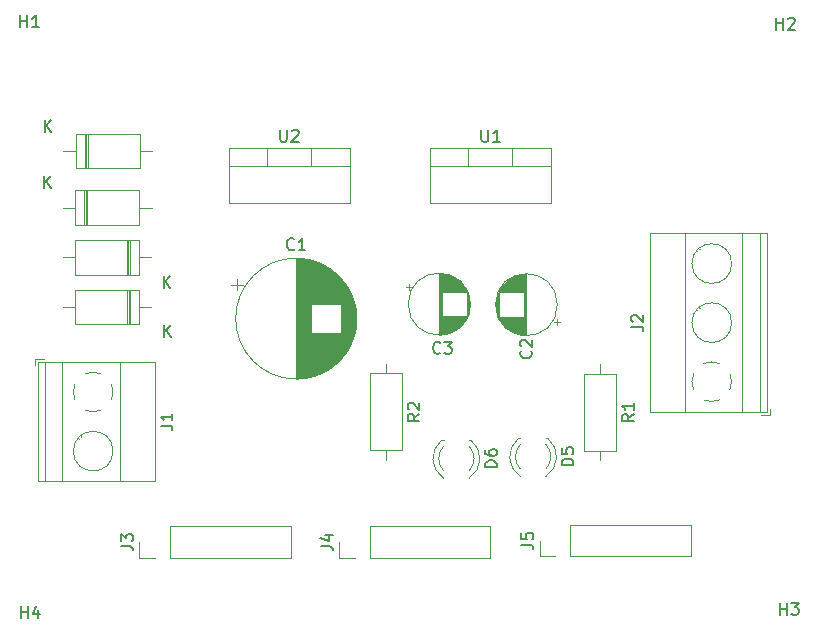
<source format=gbr>
%TF.GenerationSoftware,KiCad,Pcbnew,8.0.7*%
%TF.CreationDate,2025-08-08T15:29:20+05:30*%
%TF.ProjectId,power board_v1,706f7765-7220-4626-9f61-72645f76312e,rev?*%
%TF.SameCoordinates,Original*%
%TF.FileFunction,Legend,Top*%
%TF.FilePolarity,Positive*%
%FSLAX46Y46*%
G04 Gerber Fmt 4.6, Leading zero omitted, Abs format (unit mm)*
G04 Created by KiCad (PCBNEW 8.0.7) date 2025-08-08 15:29:20*
%MOMM*%
%LPD*%
G01*
G04 APERTURE LIST*
%ADD10C,0.150000*%
%ADD11C,0.120000*%
G04 APERTURE END LIST*
D10*
X35358095Y-48804819D02*
X35358095Y-47804819D01*
X35929523Y-48804819D02*
X35500952Y-48233390D01*
X35929523Y-47804819D02*
X35358095Y-48376247D01*
X33388095Y-85204819D02*
X33388095Y-84204819D01*
X33388095Y-84681009D02*
X33959523Y-84681009D01*
X33959523Y-85204819D02*
X33959523Y-84204819D01*
X34864285Y-84538152D02*
X34864285Y-85204819D01*
X34626190Y-84157200D02*
X34388095Y-84871485D01*
X34388095Y-84871485D02*
X35007142Y-84871485D01*
X55338095Y-43879819D02*
X55338095Y-44689342D01*
X55338095Y-44689342D02*
X55385714Y-44784580D01*
X55385714Y-44784580D02*
X55433333Y-44832200D01*
X55433333Y-44832200D02*
X55528571Y-44879819D01*
X55528571Y-44879819D02*
X55719047Y-44879819D01*
X55719047Y-44879819D02*
X55814285Y-44832200D01*
X55814285Y-44832200D02*
X55861904Y-44784580D01*
X55861904Y-44784580D02*
X55909523Y-44689342D01*
X55909523Y-44689342D02*
X55909523Y-43879819D01*
X56338095Y-43975057D02*
X56385714Y-43927438D01*
X56385714Y-43927438D02*
X56480952Y-43879819D01*
X56480952Y-43879819D02*
X56719047Y-43879819D01*
X56719047Y-43879819D02*
X56814285Y-43927438D01*
X56814285Y-43927438D02*
X56861904Y-43975057D01*
X56861904Y-43975057D02*
X56909523Y-44070295D01*
X56909523Y-44070295D02*
X56909523Y-44165533D01*
X56909523Y-44165533D02*
X56861904Y-44308390D01*
X56861904Y-44308390D02*
X56290476Y-44879819D01*
X56290476Y-44879819D02*
X56909523Y-44879819D01*
X33338095Y-35179819D02*
X33338095Y-34179819D01*
X33338095Y-34656009D02*
X33909523Y-34656009D01*
X33909523Y-35179819D02*
X33909523Y-34179819D01*
X34909523Y-35179819D02*
X34338095Y-35179819D01*
X34623809Y-35179819D02*
X34623809Y-34179819D01*
X34623809Y-34179819D02*
X34528571Y-34322676D01*
X34528571Y-34322676D02*
X34433333Y-34417914D01*
X34433333Y-34417914D02*
X34338095Y-34465533D01*
X35383095Y-44029819D02*
X35383095Y-43029819D01*
X35954523Y-44029819D02*
X35525952Y-43458390D01*
X35954523Y-43029819D02*
X35383095Y-43601247D01*
X41869819Y-79108333D02*
X42584104Y-79108333D01*
X42584104Y-79108333D02*
X42726961Y-79155952D01*
X42726961Y-79155952D02*
X42822200Y-79251190D01*
X42822200Y-79251190D02*
X42869819Y-79394047D01*
X42869819Y-79394047D02*
X42869819Y-79489285D01*
X41869819Y-78727380D02*
X41869819Y-78108333D01*
X41869819Y-78108333D02*
X42250771Y-78441666D01*
X42250771Y-78441666D02*
X42250771Y-78298809D01*
X42250771Y-78298809D02*
X42298390Y-78203571D01*
X42298390Y-78203571D02*
X42346009Y-78155952D01*
X42346009Y-78155952D02*
X42441247Y-78108333D01*
X42441247Y-78108333D02*
X42679342Y-78108333D01*
X42679342Y-78108333D02*
X42774580Y-78155952D01*
X42774580Y-78155952D02*
X42822200Y-78203571D01*
X42822200Y-78203571D02*
X42869819Y-78298809D01*
X42869819Y-78298809D02*
X42869819Y-78584523D01*
X42869819Y-78584523D02*
X42822200Y-78679761D01*
X42822200Y-78679761D02*
X42774580Y-78727380D01*
X97663095Y-84929819D02*
X97663095Y-83929819D01*
X97663095Y-84406009D02*
X98234523Y-84406009D01*
X98234523Y-84929819D02*
X98234523Y-83929819D01*
X98615476Y-83929819D02*
X99234523Y-83929819D01*
X99234523Y-83929819D02*
X98901190Y-84310771D01*
X98901190Y-84310771D02*
X99044047Y-84310771D01*
X99044047Y-84310771D02*
X99139285Y-84358390D01*
X99139285Y-84358390D02*
X99186904Y-84406009D01*
X99186904Y-84406009D02*
X99234523Y-84501247D01*
X99234523Y-84501247D02*
X99234523Y-84739342D01*
X99234523Y-84739342D02*
X99186904Y-84834580D01*
X99186904Y-84834580D02*
X99139285Y-84882200D01*
X99139285Y-84882200D02*
X99044047Y-84929819D01*
X99044047Y-84929819D02*
X98758333Y-84929819D01*
X98758333Y-84929819D02*
X98663095Y-84882200D01*
X98663095Y-84882200D02*
X98615476Y-84834580D01*
X67124819Y-67916666D02*
X66648628Y-68249999D01*
X67124819Y-68488094D02*
X66124819Y-68488094D01*
X66124819Y-68488094D02*
X66124819Y-68107142D01*
X66124819Y-68107142D02*
X66172438Y-68011904D01*
X66172438Y-68011904D02*
X66220057Y-67964285D01*
X66220057Y-67964285D02*
X66315295Y-67916666D01*
X66315295Y-67916666D02*
X66458152Y-67916666D01*
X66458152Y-67916666D02*
X66553390Y-67964285D01*
X66553390Y-67964285D02*
X66601009Y-68011904D01*
X66601009Y-68011904D02*
X66648628Y-68107142D01*
X66648628Y-68107142D02*
X66648628Y-68488094D01*
X66220057Y-67535713D02*
X66172438Y-67488094D01*
X66172438Y-67488094D02*
X66124819Y-67392856D01*
X66124819Y-67392856D02*
X66124819Y-67154761D01*
X66124819Y-67154761D02*
X66172438Y-67059523D01*
X66172438Y-67059523D02*
X66220057Y-67011904D01*
X66220057Y-67011904D02*
X66315295Y-66964285D01*
X66315295Y-66964285D02*
X66410533Y-66964285D01*
X66410533Y-66964285D02*
X66553390Y-67011904D01*
X66553390Y-67011904D02*
X67124819Y-67583332D01*
X67124819Y-67583332D02*
X67124819Y-66964285D01*
X73664819Y-72438094D02*
X72664819Y-72438094D01*
X72664819Y-72438094D02*
X72664819Y-72199999D01*
X72664819Y-72199999D02*
X72712438Y-72057142D01*
X72712438Y-72057142D02*
X72807676Y-71961904D01*
X72807676Y-71961904D02*
X72902914Y-71914285D01*
X72902914Y-71914285D02*
X73093390Y-71866666D01*
X73093390Y-71866666D02*
X73236247Y-71866666D01*
X73236247Y-71866666D02*
X73426723Y-71914285D01*
X73426723Y-71914285D02*
X73521961Y-71961904D01*
X73521961Y-71961904D02*
X73617200Y-72057142D01*
X73617200Y-72057142D02*
X73664819Y-72199999D01*
X73664819Y-72199999D02*
X73664819Y-72438094D01*
X72664819Y-71009523D02*
X72664819Y-71199999D01*
X72664819Y-71199999D02*
X72712438Y-71295237D01*
X72712438Y-71295237D02*
X72760057Y-71342856D01*
X72760057Y-71342856D02*
X72902914Y-71438094D01*
X72902914Y-71438094D02*
X73093390Y-71485713D01*
X73093390Y-71485713D02*
X73474342Y-71485713D01*
X73474342Y-71485713D02*
X73569580Y-71438094D01*
X73569580Y-71438094D02*
X73617200Y-71390475D01*
X73617200Y-71390475D02*
X73664819Y-71295237D01*
X73664819Y-71295237D02*
X73664819Y-71104761D01*
X73664819Y-71104761D02*
X73617200Y-71009523D01*
X73617200Y-71009523D02*
X73569580Y-70961904D01*
X73569580Y-70961904D02*
X73474342Y-70914285D01*
X73474342Y-70914285D02*
X73236247Y-70914285D01*
X73236247Y-70914285D02*
X73141009Y-70961904D01*
X73141009Y-70961904D02*
X73093390Y-71009523D01*
X73093390Y-71009523D02*
X73045771Y-71104761D01*
X73045771Y-71104761D02*
X73045771Y-71295237D01*
X73045771Y-71295237D02*
X73093390Y-71390475D01*
X73093390Y-71390475D02*
X73141009Y-71438094D01*
X73141009Y-71438094D02*
X73236247Y-71485713D01*
X58769819Y-79108333D02*
X59484104Y-79108333D01*
X59484104Y-79108333D02*
X59626961Y-79155952D01*
X59626961Y-79155952D02*
X59722200Y-79251190D01*
X59722200Y-79251190D02*
X59769819Y-79394047D01*
X59769819Y-79394047D02*
X59769819Y-79489285D01*
X59103152Y-78203571D02*
X59769819Y-78203571D01*
X58722200Y-78441666D02*
X59436485Y-78679761D01*
X59436485Y-78679761D02*
X59436485Y-78060714D01*
X45493095Y-61429819D02*
X45493095Y-60429819D01*
X46064523Y-61429819D02*
X45635952Y-60858390D01*
X46064523Y-60429819D02*
X45493095Y-61001247D01*
X45214819Y-68908333D02*
X45929104Y-68908333D01*
X45929104Y-68908333D02*
X46071961Y-68955952D01*
X46071961Y-68955952D02*
X46167200Y-69051190D01*
X46167200Y-69051190D02*
X46214819Y-69194047D01*
X46214819Y-69194047D02*
X46214819Y-69289285D01*
X46214819Y-67908333D02*
X46214819Y-68479761D01*
X46214819Y-68194047D02*
X45214819Y-68194047D01*
X45214819Y-68194047D02*
X45357676Y-68289285D01*
X45357676Y-68289285D02*
X45452914Y-68384523D01*
X45452914Y-68384523D02*
X45500533Y-68479761D01*
X76539693Y-62591666D02*
X76587313Y-62639285D01*
X76587313Y-62639285D02*
X76634932Y-62782142D01*
X76634932Y-62782142D02*
X76634932Y-62877380D01*
X76634932Y-62877380D02*
X76587313Y-63020237D01*
X76587313Y-63020237D02*
X76492074Y-63115475D01*
X76492074Y-63115475D02*
X76396836Y-63163094D01*
X76396836Y-63163094D02*
X76206360Y-63210713D01*
X76206360Y-63210713D02*
X76063503Y-63210713D01*
X76063503Y-63210713D02*
X75873027Y-63163094D01*
X75873027Y-63163094D02*
X75777789Y-63115475D01*
X75777789Y-63115475D02*
X75682551Y-63020237D01*
X75682551Y-63020237D02*
X75634932Y-62877380D01*
X75634932Y-62877380D02*
X75634932Y-62782142D01*
X75634932Y-62782142D02*
X75682551Y-62639285D01*
X75682551Y-62639285D02*
X75730170Y-62591666D01*
X75730170Y-62210713D02*
X75682551Y-62163094D01*
X75682551Y-62163094D02*
X75634932Y-62067856D01*
X75634932Y-62067856D02*
X75634932Y-61829761D01*
X75634932Y-61829761D02*
X75682551Y-61734523D01*
X75682551Y-61734523D02*
X75730170Y-61686904D01*
X75730170Y-61686904D02*
X75825408Y-61639285D01*
X75825408Y-61639285D02*
X75920646Y-61639285D01*
X75920646Y-61639285D02*
X76063503Y-61686904D01*
X76063503Y-61686904D02*
X76634932Y-62258332D01*
X76634932Y-62258332D02*
X76634932Y-61639285D01*
X85069819Y-60533333D02*
X85784104Y-60533333D01*
X85784104Y-60533333D02*
X85926961Y-60580952D01*
X85926961Y-60580952D02*
X86022200Y-60676190D01*
X86022200Y-60676190D02*
X86069819Y-60819047D01*
X86069819Y-60819047D02*
X86069819Y-60914285D01*
X85165057Y-60104761D02*
X85117438Y-60057142D01*
X85117438Y-60057142D02*
X85069819Y-59961904D01*
X85069819Y-59961904D02*
X85069819Y-59723809D01*
X85069819Y-59723809D02*
X85117438Y-59628571D01*
X85117438Y-59628571D02*
X85165057Y-59580952D01*
X85165057Y-59580952D02*
X85260295Y-59533333D01*
X85260295Y-59533333D02*
X85355533Y-59533333D01*
X85355533Y-59533333D02*
X85498390Y-59580952D01*
X85498390Y-59580952D02*
X86069819Y-60152380D01*
X86069819Y-60152380D02*
X86069819Y-59533333D01*
X72363095Y-43879819D02*
X72363095Y-44689342D01*
X72363095Y-44689342D02*
X72410714Y-44784580D01*
X72410714Y-44784580D02*
X72458333Y-44832200D01*
X72458333Y-44832200D02*
X72553571Y-44879819D01*
X72553571Y-44879819D02*
X72744047Y-44879819D01*
X72744047Y-44879819D02*
X72839285Y-44832200D01*
X72839285Y-44832200D02*
X72886904Y-44784580D01*
X72886904Y-44784580D02*
X72934523Y-44689342D01*
X72934523Y-44689342D02*
X72934523Y-43879819D01*
X73934523Y-44879819D02*
X73363095Y-44879819D01*
X73648809Y-44879819D02*
X73648809Y-43879819D01*
X73648809Y-43879819D02*
X73553571Y-44022676D01*
X73553571Y-44022676D02*
X73458333Y-44117914D01*
X73458333Y-44117914D02*
X73363095Y-44165533D01*
X45468095Y-57229819D02*
X45468095Y-56229819D01*
X46039523Y-57229819D02*
X45610952Y-56658390D01*
X46039523Y-56229819D02*
X45468095Y-56801247D01*
X68888446Y-62734580D02*
X68840827Y-62782200D01*
X68840827Y-62782200D02*
X68697970Y-62829819D01*
X68697970Y-62829819D02*
X68602732Y-62829819D01*
X68602732Y-62829819D02*
X68459875Y-62782200D01*
X68459875Y-62782200D02*
X68364637Y-62686961D01*
X68364637Y-62686961D02*
X68317018Y-62591723D01*
X68317018Y-62591723D02*
X68269399Y-62401247D01*
X68269399Y-62401247D02*
X68269399Y-62258390D01*
X68269399Y-62258390D02*
X68317018Y-62067914D01*
X68317018Y-62067914D02*
X68364637Y-61972676D01*
X68364637Y-61972676D02*
X68459875Y-61877438D01*
X68459875Y-61877438D02*
X68602732Y-61829819D01*
X68602732Y-61829819D02*
X68697970Y-61829819D01*
X68697970Y-61829819D02*
X68840827Y-61877438D01*
X68840827Y-61877438D02*
X68888446Y-61925057D01*
X69221780Y-61829819D02*
X69840827Y-61829819D01*
X69840827Y-61829819D02*
X69507494Y-62210771D01*
X69507494Y-62210771D02*
X69650351Y-62210771D01*
X69650351Y-62210771D02*
X69745589Y-62258390D01*
X69745589Y-62258390D02*
X69793208Y-62306009D01*
X69793208Y-62306009D02*
X69840827Y-62401247D01*
X69840827Y-62401247D02*
X69840827Y-62639342D01*
X69840827Y-62639342D02*
X69793208Y-62734580D01*
X69793208Y-62734580D02*
X69745589Y-62782200D01*
X69745589Y-62782200D02*
X69650351Y-62829819D01*
X69650351Y-62829819D02*
X69364637Y-62829819D01*
X69364637Y-62829819D02*
X69269399Y-62782200D01*
X69269399Y-62782200D02*
X69221780Y-62734580D01*
X80164819Y-72288094D02*
X79164819Y-72288094D01*
X79164819Y-72288094D02*
X79164819Y-72049999D01*
X79164819Y-72049999D02*
X79212438Y-71907142D01*
X79212438Y-71907142D02*
X79307676Y-71811904D01*
X79307676Y-71811904D02*
X79402914Y-71764285D01*
X79402914Y-71764285D02*
X79593390Y-71716666D01*
X79593390Y-71716666D02*
X79736247Y-71716666D01*
X79736247Y-71716666D02*
X79926723Y-71764285D01*
X79926723Y-71764285D02*
X80021961Y-71811904D01*
X80021961Y-71811904D02*
X80117200Y-71907142D01*
X80117200Y-71907142D02*
X80164819Y-72049999D01*
X80164819Y-72049999D02*
X80164819Y-72288094D01*
X79164819Y-70811904D02*
X79164819Y-71288094D01*
X79164819Y-71288094D02*
X79641009Y-71335713D01*
X79641009Y-71335713D02*
X79593390Y-71288094D01*
X79593390Y-71288094D02*
X79545771Y-71192856D01*
X79545771Y-71192856D02*
X79545771Y-70954761D01*
X79545771Y-70954761D02*
X79593390Y-70859523D01*
X79593390Y-70859523D02*
X79641009Y-70811904D01*
X79641009Y-70811904D02*
X79736247Y-70764285D01*
X79736247Y-70764285D02*
X79974342Y-70764285D01*
X79974342Y-70764285D02*
X80069580Y-70811904D01*
X80069580Y-70811904D02*
X80117200Y-70859523D01*
X80117200Y-70859523D02*
X80164819Y-70954761D01*
X80164819Y-70954761D02*
X80164819Y-71192856D01*
X80164819Y-71192856D02*
X80117200Y-71288094D01*
X80117200Y-71288094D02*
X80069580Y-71335713D01*
X75744819Y-78983333D02*
X76459104Y-78983333D01*
X76459104Y-78983333D02*
X76601961Y-79030952D01*
X76601961Y-79030952D02*
X76697200Y-79126190D01*
X76697200Y-79126190D02*
X76744819Y-79269047D01*
X76744819Y-79269047D02*
X76744819Y-79364285D01*
X75744819Y-78030952D02*
X75744819Y-78507142D01*
X75744819Y-78507142D02*
X76221009Y-78554761D01*
X76221009Y-78554761D02*
X76173390Y-78507142D01*
X76173390Y-78507142D02*
X76125771Y-78411904D01*
X76125771Y-78411904D02*
X76125771Y-78173809D01*
X76125771Y-78173809D02*
X76173390Y-78078571D01*
X76173390Y-78078571D02*
X76221009Y-78030952D01*
X76221009Y-78030952D02*
X76316247Y-77983333D01*
X76316247Y-77983333D02*
X76554342Y-77983333D01*
X76554342Y-77983333D02*
X76649580Y-78030952D01*
X76649580Y-78030952D02*
X76697200Y-78078571D01*
X76697200Y-78078571D02*
X76744819Y-78173809D01*
X76744819Y-78173809D02*
X76744819Y-78411904D01*
X76744819Y-78411904D02*
X76697200Y-78507142D01*
X76697200Y-78507142D02*
X76649580Y-78554761D01*
X97338095Y-35379819D02*
X97338095Y-34379819D01*
X97338095Y-34856009D02*
X97909523Y-34856009D01*
X97909523Y-35379819D02*
X97909523Y-34379819D01*
X98338095Y-34475057D02*
X98385714Y-34427438D01*
X98385714Y-34427438D02*
X98480952Y-34379819D01*
X98480952Y-34379819D02*
X98719047Y-34379819D01*
X98719047Y-34379819D02*
X98814285Y-34427438D01*
X98814285Y-34427438D02*
X98861904Y-34475057D01*
X98861904Y-34475057D02*
X98909523Y-34570295D01*
X98909523Y-34570295D02*
X98909523Y-34665533D01*
X98909523Y-34665533D02*
X98861904Y-34808390D01*
X98861904Y-34808390D02*
X98290476Y-35379819D01*
X98290476Y-35379819D02*
X98909523Y-35379819D01*
X85249819Y-67941666D02*
X84773628Y-68274999D01*
X85249819Y-68513094D02*
X84249819Y-68513094D01*
X84249819Y-68513094D02*
X84249819Y-68132142D01*
X84249819Y-68132142D02*
X84297438Y-68036904D01*
X84297438Y-68036904D02*
X84345057Y-67989285D01*
X84345057Y-67989285D02*
X84440295Y-67941666D01*
X84440295Y-67941666D02*
X84583152Y-67941666D01*
X84583152Y-67941666D02*
X84678390Y-67989285D01*
X84678390Y-67989285D02*
X84726009Y-68036904D01*
X84726009Y-68036904D02*
X84773628Y-68132142D01*
X84773628Y-68132142D02*
X84773628Y-68513094D01*
X85249819Y-66989285D02*
X85249819Y-67560713D01*
X85249819Y-67274999D02*
X84249819Y-67274999D01*
X84249819Y-67274999D02*
X84392676Y-67370237D01*
X84392676Y-67370237D02*
X84487914Y-67465475D01*
X84487914Y-67465475D02*
X84535533Y-67560713D01*
X56515656Y-53959580D02*
X56468037Y-54007200D01*
X56468037Y-54007200D02*
X56325180Y-54054819D01*
X56325180Y-54054819D02*
X56229942Y-54054819D01*
X56229942Y-54054819D02*
X56087085Y-54007200D01*
X56087085Y-54007200D02*
X55991847Y-53911961D01*
X55991847Y-53911961D02*
X55944228Y-53816723D01*
X55944228Y-53816723D02*
X55896609Y-53626247D01*
X55896609Y-53626247D02*
X55896609Y-53483390D01*
X55896609Y-53483390D02*
X55944228Y-53292914D01*
X55944228Y-53292914D02*
X55991847Y-53197676D01*
X55991847Y-53197676D02*
X56087085Y-53102438D01*
X56087085Y-53102438D02*
X56229942Y-53054819D01*
X56229942Y-53054819D02*
X56325180Y-53054819D01*
X56325180Y-53054819D02*
X56468037Y-53102438D01*
X56468037Y-53102438D02*
X56515656Y-53150057D01*
X57468037Y-54054819D02*
X56896609Y-54054819D01*
X57182323Y-54054819D02*
X57182323Y-53054819D01*
X57182323Y-53054819D02*
X57087085Y-53197676D01*
X57087085Y-53197676D02*
X56991847Y-53292914D01*
X56991847Y-53292914D02*
X56896609Y-53340533D01*
D11*
%TO.C,D2*%
X36960000Y-50450000D02*
X37980000Y-50450000D01*
X37980000Y-48980000D02*
X37980000Y-51920000D01*
X37980000Y-51920000D02*
X43420000Y-51920000D01*
X38760000Y-48980000D02*
X38760000Y-51920000D01*
X38880000Y-48980000D02*
X38880000Y-51920000D01*
X39000000Y-48980000D02*
X39000000Y-51920000D01*
X43420000Y-48980000D02*
X37980000Y-48980000D01*
X43420000Y-51920000D02*
X43420000Y-48980000D01*
X44440000Y-50450000D02*
X43420000Y-50450000D01*
%TO.C,U2*%
X50980000Y-45425000D02*
X50980000Y-50066000D01*
X50980000Y-45425000D02*
X61220000Y-45425000D01*
X50980000Y-46935000D02*
X61220000Y-46935000D01*
X50980000Y-50066000D02*
X61220000Y-50066000D01*
X54250000Y-45425000D02*
X54250000Y-46935000D01*
X57951000Y-45425000D02*
X57951000Y-46935000D01*
X61220000Y-45425000D02*
X61220000Y-50066000D01*
%TO.C,D1*%
X36985000Y-45675000D02*
X38005000Y-45675000D01*
X38005000Y-44205000D02*
X38005000Y-47145000D01*
X38005000Y-47145000D02*
X43445000Y-47145000D01*
X38785000Y-44205000D02*
X38785000Y-47145000D01*
X38905000Y-44205000D02*
X38905000Y-47145000D01*
X39025000Y-44205000D02*
X39025000Y-47145000D01*
X43445000Y-44205000D02*
X38005000Y-44205000D01*
X43445000Y-47145000D02*
X43445000Y-44205000D01*
X44465000Y-45675000D02*
X43445000Y-45675000D01*
%TO.C,J3*%
X43415000Y-80105000D02*
X43415000Y-78775000D01*
X44745000Y-80105000D02*
X43415000Y-80105000D01*
X46015000Y-77445000D02*
X56235000Y-77445000D01*
X46015000Y-80105000D02*
X46015000Y-77445000D01*
X46015000Y-80105000D02*
X56235000Y-80105000D01*
X56235000Y-80105000D02*
X56235000Y-77445000D01*
%TO.C,R2*%
X62930000Y-64480000D02*
X62930000Y-71020000D01*
X62930000Y-71020000D02*
X65670000Y-71020000D01*
X64300000Y-63710000D02*
X64300000Y-64480000D01*
X64300000Y-71790000D02*
X64300000Y-71020000D01*
X65670000Y-64480000D02*
X62930000Y-64480000D01*
X65670000Y-71020000D02*
X65670000Y-64480000D01*
%TO.C,D6*%
X69170000Y-70140000D02*
X69014000Y-70140000D01*
X71486000Y-70140000D02*
X71330000Y-70140000D01*
X69169939Y-73371397D02*
G75*
G02*
X69014484Y-70140000I1080061J1671397D01*
G01*
X69169951Y-72740910D02*
G75*
G02*
X69170000Y-70659039I1080049J1040910D01*
G01*
X71330000Y-70659039D02*
G75*
G02*
X71330049Y-72740910I-1080000J-1040961D01*
G01*
X71485516Y-70140000D02*
G75*
G02*
X71330061Y-73371397I-1235516J-1560000D01*
G01*
%TO.C,J4*%
X60315000Y-80105000D02*
X60315000Y-78775000D01*
X61645000Y-80105000D02*
X60315000Y-80105000D01*
X62915000Y-77445000D02*
X73135000Y-77445000D01*
X62915000Y-80105000D02*
X62915000Y-77445000D01*
X62915000Y-80105000D02*
X73135000Y-80105000D01*
X73135000Y-80105000D02*
X73135000Y-77445000D01*
%TO.C,D3*%
X36935000Y-58875000D02*
X37955000Y-58875000D01*
X37955000Y-57405000D02*
X37955000Y-60345000D01*
X37955000Y-60345000D02*
X43395000Y-60345000D01*
X42375000Y-60345000D02*
X42375000Y-57405000D01*
X42495000Y-60345000D02*
X42495000Y-57405000D01*
X42615000Y-60345000D02*
X42615000Y-57405000D01*
X43395000Y-57405000D02*
X37955000Y-57405000D01*
X43395000Y-60345000D02*
X43395000Y-57405000D01*
X44415000Y-58875000D02*
X43395000Y-58875000D01*
%TO.C,J1*%
X34600000Y-63275000D02*
X34600000Y-63775000D01*
X34840000Y-63515000D02*
X34840000Y-73635000D01*
X35340000Y-63275000D02*
X34600000Y-63275000D01*
X35400000Y-63515000D02*
X35400000Y-73635000D01*
X36900000Y-63515000D02*
X36900000Y-73635000D01*
X38261000Y-70041000D02*
X38226000Y-70006000D01*
X38477000Y-69848000D02*
X38431000Y-69801000D01*
X40569000Y-72350000D02*
X40523000Y-72303000D01*
X40775000Y-72145000D02*
X40739000Y-72110000D01*
X41801000Y-63515000D02*
X41801000Y-73635000D01*
X44761000Y-63515000D02*
X34840000Y-63515000D01*
X44761000Y-63515000D02*
X44761000Y-73635000D01*
X44761000Y-73635000D02*
X34840000Y-73635000D01*
X37819747Y-66103805D02*
G75*
G02*
X37965000Y-65391000I1680254J28806D01*
G01*
X37965244Y-66758318D02*
G75*
G02*
X37820000Y-66075000I1534756J683318D01*
G01*
X38816958Y-64539573D02*
G75*
G02*
X40184000Y-64540000I683041J-1535420D01*
G01*
X40183042Y-67610427D02*
G75*
G02*
X38816000Y-67610000I-683042J1535427D01*
G01*
X41035427Y-65391958D02*
G75*
G02*
X41035000Y-66759000I-1535420J-683041D01*
G01*
X41180000Y-71075000D02*
G75*
G02*
X37820000Y-71075000I-1680000J0D01*
G01*
X37820000Y-71075000D02*
G75*
G02*
X41180000Y-71075000I1680000J0D01*
G01*
%TO.C,C2*%
X73579113Y-58959000D02*
X73579113Y-58391000D01*
X73619113Y-59193000D02*
X73619113Y-58157000D01*
X73659113Y-59352000D02*
X73659113Y-57998000D01*
X73699113Y-59480000D02*
X73699113Y-57870000D01*
X73739113Y-59590000D02*
X73739113Y-57760000D01*
X73779113Y-59686000D02*
X73779113Y-57664000D01*
X73819113Y-59773000D02*
X73819113Y-57577000D01*
X73859113Y-59853000D02*
X73859113Y-57497000D01*
X73899113Y-57635000D02*
X73899113Y-57424000D01*
X73899113Y-59926000D02*
X73899113Y-59715000D01*
X73939113Y-57635000D02*
X73939113Y-57356000D01*
X73939113Y-59994000D02*
X73939113Y-59715000D01*
X73979113Y-57635000D02*
X73979113Y-57292000D01*
X73979113Y-60058000D02*
X73979113Y-59715000D01*
X74019113Y-57635000D02*
X74019113Y-57232000D01*
X74019113Y-60118000D02*
X74019113Y-59715000D01*
X74059113Y-57635000D02*
X74059113Y-57175000D01*
X74059113Y-60175000D02*
X74059113Y-59715000D01*
X74099113Y-57635000D02*
X74099113Y-57121000D01*
X74099113Y-60229000D02*
X74099113Y-59715000D01*
X74139113Y-57635000D02*
X74139113Y-57070000D01*
X74139113Y-60280000D02*
X74139113Y-59715000D01*
X74179113Y-57635000D02*
X74179113Y-57022000D01*
X74179113Y-60328000D02*
X74179113Y-59715000D01*
X74219113Y-57635000D02*
X74219113Y-56976000D01*
X74219113Y-60374000D02*
X74219113Y-59715000D01*
X74259113Y-57635000D02*
X74259113Y-56932000D01*
X74259113Y-60418000D02*
X74259113Y-59715000D01*
X74299113Y-57635000D02*
X74299113Y-56890000D01*
X74299113Y-60460000D02*
X74299113Y-59715000D01*
X74339113Y-57635000D02*
X74339113Y-56849000D01*
X74339113Y-60501000D02*
X74339113Y-59715000D01*
X74379113Y-57635000D02*
X74379113Y-56811000D01*
X74379113Y-60539000D02*
X74379113Y-59715000D01*
X74419113Y-57635000D02*
X74419113Y-56774000D01*
X74419113Y-60576000D02*
X74419113Y-59715000D01*
X74459113Y-57635000D02*
X74459113Y-56738000D01*
X74459113Y-60612000D02*
X74459113Y-59715000D01*
X74499113Y-57635000D02*
X74499113Y-56704000D01*
X74499113Y-60646000D02*
X74499113Y-59715000D01*
X74539113Y-57635000D02*
X74539113Y-56671000D01*
X74539113Y-60679000D02*
X74539113Y-59715000D01*
X74579113Y-57635000D02*
X74579113Y-56640000D01*
X74579113Y-60710000D02*
X74579113Y-59715000D01*
X74619113Y-57635000D02*
X74619113Y-56610000D01*
X74619113Y-60740000D02*
X74619113Y-59715000D01*
X74659113Y-57635000D02*
X74659113Y-56580000D01*
X74659113Y-60770000D02*
X74659113Y-59715000D01*
X74699113Y-57635000D02*
X74699113Y-56553000D01*
X74699113Y-60797000D02*
X74699113Y-59715000D01*
X74739113Y-57635000D02*
X74739113Y-56526000D01*
X74739113Y-60824000D02*
X74739113Y-59715000D01*
X74779113Y-57635000D02*
X74779113Y-56500000D01*
X74779113Y-60850000D02*
X74779113Y-59715000D01*
X74819113Y-57635000D02*
X74819113Y-56475000D01*
X74819113Y-60875000D02*
X74819113Y-59715000D01*
X74859113Y-57635000D02*
X74859113Y-56451000D01*
X74859113Y-60899000D02*
X74859113Y-59715000D01*
X74899113Y-57635000D02*
X74899113Y-56428000D01*
X74899113Y-60922000D02*
X74899113Y-59715000D01*
X74939113Y-57635000D02*
X74939113Y-56407000D01*
X74939113Y-60943000D02*
X74939113Y-59715000D01*
X74979113Y-57635000D02*
X74979113Y-56385000D01*
X74979113Y-60965000D02*
X74979113Y-59715000D01*
X75019113Y-57635000D02*
X75019113Y-56365000D01*
X75019113Y-60985000D02*
X75019113Y-59715000D01*
X75059113Y-57635000D02*
X75059113Y-56346000D01*
X75059113Y-61004000D02*
X75059113Y-59715000D01*
X75099113Y-57635000D02*
X75099113Y-56327000D01*
X75099113Y-61023000D02*
X75099113Y-59715000D01*
X75139113Y-57635000D02*
X75139113Y-56310000D01*
X75139113Y-61040000D02*
X75139113Y-59715000D01*
X75179113Y-57635000D02*
X75179113Y-56293000D01*
X75179113Y-61057000D02*
X75179113Y-59715000D01*
X75219113Y-57635000D02*
X75219113Y-56277000D01*
X75219113Y-61073000D02*
X75219113Y-59715000D01*
X75259113Y-57635000D02*
X75259113Y-56261000D01*
X75259113Y-61089000D02*
X75259113Y-59715000D01*
X75299113Y-57635000D02*
X75299113Y-56247000D01*
X75299113Y-61103000D02*
X75299113Y-59715000D01*
X75339113Y-57635000D02*
X75339113Y-56233000D01*
X75339113Y-61117000D02*
X75339113Y-59715000D01*
X75379113Y-57635000D02*
X75379113Y-56220000D01*
X75379113Y-61130000D02*
X75379113Y-59715000D01*
X75419113Y-57635000D02*
X75419113Y-56207000D01*
X75419113Y-61143000D02*
X75419113Y-59715000D01*
X75459113Y-57635000D02*
X75459113Y-56195000D01*
X75459113Y-61155000D02*
X75459113Y-59715000D01*
X75500113Y-57635000D02*
X75500113Y-56184000D01*
X75500113Y-61166000D02*
X75500113Y-59715000D01*
X75540113Y-57635000D02*
X75540113Y-56174000D01*
X75540113Y-61176000D02*
X75540113Y-59715000D01*
X75580113Y-57635000D02*
X75580113Y-56164000D01*
X75580113Y-61186000D02*
X75580113Y-59715000D01*
X75620113Y-57635000D02*
X75620113Y-56155000D01*
X75620113Y-61195000D02*
X75620113Y-59715000D01*
X75660113Y-57635000D02*
X75660113Y-56147000D01*
X75660113Y-61203000D02*
X75660113Y-59715000D01*
X75700113Y-57635000D02*
X75700113Y-56139000D01*
X75700113Y-61211000D02*
X75700113Y-59715000D01*
X75740113Y-57635000D02*
X75740113Y-56132000D01*
X75740113Y-61218000D02*
X75740113Y-59715000D01*
X75780113Y-57635000D02*
X75780113Y-56125000D01*
X75780113Y-61225000D02*
X75780113Y-59715000D01*
X75820113Y-57635000D02*
X75820113Y-56119000D01*
X75820113Y-61231000D02*
X75820113Y-59715000D01*
X75860113Y-57635000D02*
X75860113Y-56114000D01*
X75860113Y-61236000D02*
X75860113Y-59715000D01*
X75900113Y-57635000D02*
X75900113Y-56110000D01*
X75900113Y-61240000D02*
X75900113Y-59715000D01*
X75940113Y-57635000D02*
X75940113Y-56106000D01*
X75940113Y-61244000D02*
X75940113Y-59715000D01*
X75980113Y-61248000D02*
X75980113Y-56102000D01*
X76020113Y-61251000D02*
X76020113Y-56099000D01*
X76060113Y-61253000D02*
X76060113Y-56097000D01*
X76100113Y-61254000D02*
X76100113Y-56096000D01*
X76140113Y-61255000D02*
X76140113Y-56095000D01*
X76180113Y-61255000D02*
X76180113Y-56095000D01*
X78734888Y-60400000D02*
X78734888Y-59900000D01*
X78984888Y-60150000D02*
X78484888Y-60150000D01*
X78800113Y-58675000D02*
G75*
G02*
X73560113Y-58675000I-2620000J0D01*
G01*
X73560113Y-58675000D02*
G75*
G02*
X78800113Y-58675000I2620000J0D01*
G01*
%TO.C,J2*%
X86614000Y-52640000D02*
X96535000Y-52640000D01*
X86614000Y-67760000D02*
X86614000Y-52640000D01*
X86614000Y-67760000D02*
X96535000Y-67760000D01*
X89574000Y-67760000D02*
X89574000Y-52640000D01*
X90600000Y-54130000D02*
X90636000Y-54165000D01*
X90600000Y-59130000D02*
X90636000Y-59165000D01*
X90806000Y-53925000D02*
X90852000Y-53972000D01*
X90806000Y-58925000D02*
X90852000Y-58972000D01*
X92898000Y-56427000D02*
X92944000Y-56474000D01*
X92898000Y-61427000D02*
X92944000Y-61474000D01*
X93114000Y-56234000D02*
X93149000Y-56269000D01*
X93114000Y-61234000D02*
X93149000Y-61269000D01*
X94475000Y-67760000D02*
X94475000Y-52640000D01*
X95975000Y-67760000D02*
X95975000Y-52640000D01*
X96035000Y-68000000D02*
X96775000Y-68000000D01*
X96535000Y-67760000D02*
X96535000Y-52640000D01*
X96775000Y-68000000D02*
X96775000Y-67500000D01*
X90339573Y-65883042D02*
G75*
G02*
X90340000Y-64516000I1535420J683041D01*
G01*
X91191958Y-63664573D02*
G75*
G02*
X92559000Y-63665000I683042J-1535427D01*
G01*
X92558042Y-66735427D02*
G75*
G02*
X91191000Y-66735000I-683041J1535420D01*
G01*
X93409756Y-64516682D02*
G75*
G02*
X93555000Y-65200000I-1534756J-683318D01*
G01*
X93555253Y-65171195D02*
G75*
G02*
X93410000Y-65884000I-1680254J-28806D01*
G01*
X93555000Y-55200000D02*
G75*
G02*
X90195000Y-55200000I-1680000J0D01*
G01*
X90195000Y-55200000D02*
G75*
G02*
X93555000Y-55200000I1680000J0D01*
G01*
X93555000Y-60200000D02*
G75*
G02*
X90195000Y-60200000I-1680000J0D01*
G01*
X90195000Y-60200000D02*
G75*
G02*
X93555000Y-60200000I1680000J0D01*
G01*
%TO.C,U1*%
X68005000Y-45425000D02*
X68005000Y-50066000D01*
X68005000Y-45425000D02*
X78245000Y-45425000D01*
X68005000Y-46935000D02*
X78245000Y-46935000D01*
X68005000Y-50066000D02*
X78245000Y-50066000D01*
X71275000Y-45425000D02*
X71275000Y-46935000D01*
X74976000Y-45425000D02*
X74976000Y-46935000D01*
X78245000Y-45425000D02*
X78245000Y-50066000D01*
%TO.C,D4*%
X36910000Y-54675000D02*
X37930000Y-54675000D01*
X37930000Y-53205000D02*
X37930000Y-56145000D01*
X37930000Y-56145000D02*
X43370000Y-56145000D01*
X42350000Y-56145000D02*
X42350000Y-53205000D01*
X42470000Y-56145000D02*
X42470000Y-53205000D01*
X42590000Y-56145000D02*
X42590000Y-53205000D01*
X43370000Y-53205000D02*
X37930000Y-53205000D01*
X43370000Y-56145000D02*
X43370000Y-53205000D01*
X44390000Y-54675000D02*
X43370000Y-54675000D01*
%TO.C,C3*%
X65995225Y-57150000D02*
X66495225Y-57150000D01*
X66245225Y-56900000D02*
X66245225Y-57400000D01*
X68800000Y-56045000D02*
X68800000Y-61205000D01*
X68840000Y-56045000D02*
X68840000Y-61205000D01*
X68880000Y-56046000D02*
X68880000Y-61204000D01*
X68920000Y-56047000D02*
X68920000Y-61203000D01*
X68960000Y-56049000D02*
X68960000Y-61201000D01*
X69000000Y-56052000D02*
X69000000Y-61198000D01*
X69040000Y-56056000D02*
X69040000Y-57585000D01*
X69040000Y-59665000D02*
X69040000Y-61194000D01*
X69080000Y-56060000D02*
X69080000Y-57585000D01*
X69080000Y-59665000D02*
X69080000Y-61190000D01*
X69120000Y-56064000D02*
X69120000Y-57585000D01*
X69120000Y-59665000D02*
X69120000Y-61186000D01*
X69160000Y-56069000D02*
X69160000Y-57585000D01*
X69160000Y-59665000D02*
X69160000Y-61181000D01*
X69200000Y-56075000D02*
X69200000Y-57585000D01*
X69200000Y-59665000D02*
X69200000Y-61175000D01*
X69240000Y-56082000D02*
X69240000Y-57585000D01*
X69240000Y-59665000D02*
X69240000Y-61168000D01*
X69280000Y-56089000D02*
X69280000Y-57585000D01*
X69280000Y-59665000D02*
X69280000Y-61161000D01*
X69320000Y-56097000D02*
X69320000Y-57585000D01*
X69320000Y-59665000D02*
X69320000Y-61153000D01*
X69360000Y-56105000D02*
X69360000Y-57585000D01*
X69360000Y-59665000D02*
X69360000Y-61145000D01*
X69400000Y-56114000D02*
X69400000Y-57585000D01*
X69400000Y-59665000D02*
X69400000Y-61136000D01*
X69440000Y-56124000D02*
X69440000Y-57585000D01*
X69440000Y-59665000D02*
X69440000Y-61126000D01*
X69480000Y-56134000D02*
X69480000Y-57585000D01*
X69480000Y-59665000D02*
X69480000Y-61116000D01*
X69521000Y-56145000D02*
X69521000Y-57585000D01*
X69521000Y-59665000D02*
X69521000Y-61105000D01*
X69561000Y-56157000D02*
X69561000Y-57585000D01*
X69561000Y-59665000D02*
X69561000Y-61093000D01*
X69601000Y-56170000D02*
X69601000Y-57585000D01*
X69601000Y-59665000D02*
X69601000Y-61080000D01*
X69641000Y-56183000D02*
X69641000Y-57585000D01*
X69641000Y-59665000D02*
X69641000Y-61067000D01*
X69681000Y-56197000D02*
X69681000Y-57585000D01*
X69681000Y-59665000D02*
X69681000Y-61053000D01*
X69721000Y-56211000D02*
X69721000Y-57585000D01*
X69721000Y-59665000D02*
X69721000Y-61039000D01*
X69761000Y-56227000D02*
X69761000Y-57585000D01*
X69761000Y-59665000D02*
X69761000Y-61023000D01*
X69801000Y-56243000D02*
X69801000Y-57585000D01*
X69801000Y-59665000D02*
X69801000Y-61007000D01*
X69841000Y-56260000D02*
X69841000Y-57585000D01*
X69841000Y-59665000D02*
X69841000Y-60990000D01*
X69881000Y-56277000D02*
X69881000Y-57585000D01*
X69881000Y-59665000D02*
X69881000Y-60973000D01*
X69921000Y-56296000D02*
X69921000Y-57585000D01*
X69921000Y-59665000D02*
X69921000Y-60954000D01*
X69961000Y-56315000D02*
X69961000Y-57585000D01*
X69961000Y-59665000D02*
X69961000Y-60935000D01*
X70001000Y-56335000D02*
X70001000Y-57585000D01*
X70001000Y-59665000D02*
X70001000Y-60915000D01*
X70041000Y-56357000D02*
X70041000Y-57585000D01*
X70041000Y-59665000D02*
X70041000Y-60893000D01*
X70081000Y-56378000D02*
X70081000Y-57585000D01*
X70081000Y-59665000D02*
X70081000Y-60872000D01*
X70121000Y-56401000D02*
X70121000Y-57585000D01*
X70121000Y-59665000D02*
X70121000Y-60849000D01*
X70161000Y-56425000D02*
X70161000Y-57585000D01*
X70161000Y-59665000D02*
X70161000Y-60825000D01*
X70201000Y-56450000D02*
X70201000Y-57585000D01*
X70201000Y-59665000D02*
X70201000Y-60800000D01*
X70241000Y-56476000D02*
X70241000Y-57585000D01*
X70241000Y-59665000D02*
X70241000Y-60774000D01*
X70281000Y-56503000D02*
X70281000Y-57585000D01*
X70281000Y-59665000D02*
X70281000Y-60747000D01*
X70321000Y-56530000D02*
X70321000Y-57585000D01*
X70321000Y-59665000D02*
X70321000Y-60720000D01*
X70361000Y-56560000D02*
X70361000Y-57585000D01*
X70361000Y-59665000D02*
X70361000Y-60690000D01*
X70401000Y-56590000D02*
X70401000Y-57585000D01*
X70401000Y-59665000D02*
X70401000Y-60660000D01*
X70441000Y-56621000D02*
X70441000Y-57585000D01*
X70441000Y-59665000D02*
X70441000Y-60629000D01*
X70481000Y-56654000D02*
X70481000Y-57585000D01*
X70481000Y-59665000D02*
X70481000Y-60596000D01*
X70521000Y-56688000D02*
X70521000Y-57585000D01*
X70521000Y-59665000D02*
X70521000Y-60562000D01*
X70561000Y-56724000D02*
X70561000Y-57585000D01*
X70561000Y-59665000D02*
X70561000Y-60526000D01*
X70601000Y-56761000D02*
X70601000Y-57585000D01*
X70601000Y-59665000D02*
X70601000Y-60489000D01*
X70641000Y-56799000D02*
X70641000Y-57585000D01*
X70641000Y-59665000D02*
X70641000Y-60451000D01*
X70681000Y-56840000D02*
X70681000Y-57585000D01*
X70681000Y-59665000D02*
X70681000Y-60410000D01*
X70721000Y-56882000D02*
X70721000Y-57585000D01*
X70721000Y-59665000D02*
X70721000Y-60368000D01*
X70761000Y-56926000D02*
X70761000Y-57585000D01*
X70761000Y-59665000D02*
X70761000Y-60324000D01*
X70801000Y-56972000D02*
X70801000Y-57585000D01*
X70801000Y-59665000D02*
X70801000Y-60278000D01*
X70841000Y-57020000D02*
X70841000Y-57585000D01*
X70841000Y-59665000D02*
X70841000Y-60230000D01*
X70881000Y-57071000D02*
X70881000Y-57585000D01*
X70881000Y-59665000D02*
X70881000Y-60179000D01*
X70921000Y-57125000D02*
X70921000Y-57585000D01*
X70921000Y-59665000D02*
X70921000Y-60125000D01*
X70961000Y-57182000D02*
X70961000Y-57585000D01*
X70961000Y-59665000D02*
X70961000Y-60068000D01*
X71001000Y-57242000D02*
X71001000Y-57585000D01*
X71001000Y-59665000D02*
X71001000Y-60008000D01*
X71041000Y-57306000D02*
X71041000Y-57585000D01*
X71041000Y-59665000D02*
X71041000Y-59944000D01*
X71081000Y-57374000D02*
X71081000Y-57585000D01*
X71081000Y-59665000D02*
X71081000Y-59876000D01*
X71121000Y-57447000D02*
X71121000Y-59803000D01*
X71161000Y-57527000D02*
X71161000Y-59723000D01*
X71201000Y-57614000D02*
X71201000Y-59636000D01*
X71241000Y-57710000D02*
X71241000Y-59540000D01*
X71281000Y-57820000D02*
X71281000Y-59430000D01*
X71321000Y-57948000D02*
X71321000Y-59302000D01*
X71361000Y-58107000D02*
X71361000Y-59143000D01*
X71401000Y-58341000D02*
X71401000Y-58909000D01*
X71420000Y-58625000D02*
G75*
G02*
X66180000Y-58625000I-2620000J0D01*
G01*
X66180000Y-58625000D02*
G75*
G02*
X71420000Y-58625000I2620000J0D01*
G01*
%TO.C,D5*%
X75670000Y-69990000D02*
X75514000Y-69990000D01*
X77986000Y-69990000D02*
X77830000Y-69990000D01*
X75669939Y-73221397D02*
G75*
G02*
X75514484Y-69990000I1080061J1671397D01*
G01*
X75669951Y-72590910D02*
G75*
G02*
X75670000Y-70509039I1080049J1040910D01*
G01*
X77830000Y-70509039D02*
G75*
G02*
X77830049Y-72590910I-1080000J-1040961D01*
G01*
X77985516Y-69990000D02*
G75*
G02*
X77830061Y-73221397I-1235516J-1560000D01*
G01*
%TO.C,J5*%
X77290000Y-79980000D02*
X77290000Y-78650000D01*
X78620000Y-79980000D02*
X77290000Y-79980000D01*
X79890000Y-77320000D02*
X90110000Y-77320000D01*
X79890000Y-79980000D02*
X79890000Y-77320000D01*
X79890000Y-79980000D02*
X90110000Y-79980000D01*
X90110000Y-79980000D02*
X90110000Y-77320000D01*
%TO.C,R1*%
X81055000Y-64505000D02*
X81055000Y-71045000D01*
X81055000Y-71045000D02*
X83795000Y-71045000D01*
X82425000Y-63735000D02*
X82425000Y-64505000D01*
X82425000Y-71815000D02*
X82425000Y-71045000D01*
X83795000Y-64505000D02*
X81055000Y-64505000D01*
X83795000Y-71045000D02*
X83795000Y-64505000D01*
%TO.C,C1*%
X51202677Y-56975000D02*
X52202677Y-56975000D01*
X51702677Y-56475000D02*
X51702677Y-57475000D01*
X56682323Y-54770000D02*
X56682323Y-64930000D01*
X56722323Y-54770000D02*
X56722323Y-64930000D01*
X56762323Y-54770000D02*
X56762323Y-64930000D01*
X56802323Y-54771000D02*
X56802323Y-64929000D01*
X56842323Y-54772000D02*
X56842323Y-64928000D01*
X56882323Y-54773000D02*
X56882323Y-64927000D01*
X56922323Y-54775000D02*
X56922323Y-64925000D01*
X56962323Y-54777000D02*
X56962323Y-64923000D01*
X57002323Y-54780000D02*
X57002323Y-64920000D01*
X57042323Y-54782000D02*
X57042323Y-64918000D01*
X57082323Y-54785000D02*
X57082323Y-64915000D01*
X57122323Y-54788000D02*
X57122323Y-64912000D01*
X57162323Y-54792000D02*
X57162323Y-64908000D01*
X57202323Y-54796000D02*
X57202323Y-64904000D01*
X57242323Y-54800000D02*
X57242323Y-64900000D01*
X57282323Y-54805000D02*
X57282323Y-64895000D01*
X57322323Y-54810000D02*
X57322323Y-64890000D01*
X57362323Y-54815000D02*
X57362323Y-64885000D01*
X57403323Y-54820000D02*
X57403323Y-64880000D01*
X57443323Y-54826000D02*
X57443323Y-64874000D01*
X57483323Y-54832000D02*
X57483323Y-64868000D01*
X57523323Y-54839000D02*
X57523323Y-64861000D01*
X57563323Y-54846000D02*
X57563323Y-64854000D01*
X57603323Y-54853000D02*
X57603323Y-64847000D01*
X57643323Y-54860000D02*
X57643323Y-64840000D01*
X57683323Y-54868000D02*
X57683323Y-64832000D01*
X57723323Y-54876000D02*
X57723323Y-64824000D01*
X57763323Y-54885000D02*
X57763323Y-64815000D01*
X57803323Y-54894000D02*
X57803323Y-64806000D01*
X57843323Y-54903000D02*
X57843323Y-64797000D01*
X57883323Y-54912000D02*
X57883323Y-64788000D01*
X57923323Y-54922000D02*
X57923323Y-64778000D01*
X57963323Y-54932000D02*
X57963323Y-58609000D01*
X57963323Y-61091000D02*
X57963323Y-64768000D01*
X58003323Y-54943000D02*
X58003323Y-58609000D01*
X58003323Y-61091000D02*
X58003323Y-64757000D01*
X58043323Y-54953000D02*
X58043323Y-58609000D01*
X58043323Y-61091000D02*
X58043323Y-64747000D01*
X58083323Y-54965000D02*
X58083323Y-58609000D01*
X58083323Y-61091000D02*
X58083323Y-64735000D01*
X58123323Y-54976000D02*
X58123323Y-58609000D01*
X58123323Y-61091000D02*
X58123323Y-64724000D01*
X58163323Y-54988000D02*
X58163323Y-58609000D01*
X58163323Y-61091000D02*
X58163323Y-64712000D01*
X58203323Y-55000000D02*
X58203323Y-58609000D01*
X58203323Y-61091000D02*
X58203323Y-64700000D01*
X58243323Y-55013000D02*
X58243323Y-58609000D01*
X58243323Y-61091000D02*
X58243323Y-64687000D01*
X58283323Y-55026000D02*
X58283323Y-58609000D01*
X58283323Y-61091000D02*
X58283323Y-64674000D01*
X58323323Y-55039000D02*
X58323323Y-58609000D01*
X58323323Y-61091000D02*
X58323323Y-64661000D01*
X58363323Y-55053000D02*
X58363323Y-58609000D01*
X58363323Y-61091000D02*
X58363323Y-64647000D01*
X58403323Y-55067000D02*
X58403323Y-58609000D01*
X58403323Y-61091000D02*
X58403323Y-64633000D01*
X58443323Y-55082000D02*
X58443323Y-58609000D01*
X58443323Y-61091000D02*
X58443323Y-64618000D01*
X58483323Y-55096000D02*
X58483323Y-58609000D01*
X58483323Y-61091000D02*
X58483323Y-64604000D01*
X58523323Y-55112000D02*
X58523323Y-58609000D01*
X58523323Y-61091000D02*
X58523323Y-64588000D01*
X58563323Y-55127000D02*
X58563323Y-58609000D01*
X58563323Y-61091000D02*
X58563323Y-64573000D01*
X58603323Y-55143000D02*
X58603323Y-58609000D01*
X58603323Y-61091000D02*
X58603323Y-64557000D01*
X58643323Y-55160000D02*
X58643323Y-58609000D01*
X58643323Y-61091000D02*
X58643323Y-64540000D01*
X58683323Y-55176000D02*
X58683323Y-58609000D01*
X58683323Y-61091000D02*
X58683323Y-64524000D01*
X58723323Y-55193000D02*
X58723323Y-58609000D01*
X58723323Y-61091000D02*
X58723323Y-64507000D01*
X58763323Y-55211000D02*
X58763323Y-58609000D01*
X58763323Y-61091000D02*
X58763323Y-64489000D01*
X58803323Y-55229000D02*
X58803323Y-58609000D01*
X58803323Y-61091000D02*
X58803323Y-64471000D01*
X58843323Y-55247000D02*
X58843323Y-58609000D01*
X58843323Y-61091000D02*
X58843323Y-64453000D01*
X58883323Y-55266000D02*
X58883323Y-58609000D01*
X58883323Y-61091000D02*
X58883323Y-64434000D01*
X58923323Y-55286000D02*
X58923323Y-58609000D01*
X58923323Y-61091000D02*
X58923323Y-64414000D01*
X58963323Y-55305000D02*
X58963323Y-58609000D01*
X58963323Y-61091000D02*
X58963323Y-64395000D01*
X59003323Y-55325000D02*
X59003323Y-58609000D01*
X59003323Y-61091000D02*
X59003323Y-64375000D01*
X59043323Y-55346000D02*
X59043323Y-58609000D01*
X59043323Y-61091000D02*
X59043323Y-64354000D01*
X59083323Y-55367000D02*
X59083323Y-58609000D01*
X59083323Y-61091000D02*
X59083323Y-64333000D01*
X59123323Y-55388000D02*
X59123323Y-58609000D01*
X59123323Y-61091000D02*
X59123323Y-64312000D01*
X59163323Y-55410000D02*
X59163323Y-58609000D01*
X59163323Y-61091000D02*
X59163323Y-64290000D01*
X59203323Y-55433000D02*
X59203323Y-58609000D01*
X59203323Y-61091000D02*
X59203323Y-64267000D01*
X59243323Y-55455000D02*
X59243323Y-58609000D01*
X59243323Y-61091000D02*
X59243323Y-64245000D01*
X59283323Y-55479000D02*
X59283323Y-58609000D01*
X59283323Y-61091000D02*
X59283323Y-64221000D01*
X59323323Y-55503000D02*
X59323323Y-58609000D01*
X59323323Y-61091000D02*
X59323323Y-64197000D01*
X59363323Y-55527000D02*
X59363323Y-58609000D01*
X59363323Y-61091000D02*
X59363323Y-64173000D01*
X59403323Y-55552000D02*
X59403323Y-58609000D01*
X59403323Y-61091000D02*
X59403323Y-64148000D01*
X59443323Y-55577000D02*
X59443323Y-58609000D01*
X59443323Y-61091000D02*
X59443323Y-64123000D01*
X59483323Y-55603000D02*
X59483323Y-58609000D01*
X59483323Y-61091000D02*
X59483323Y-64097000D01*
X59523323Y-55629000D02*
X59523323Y-58609000D01*
X59523323Y-61091000D02*
X59523323Y-64071000D01*
X59563323Y-55656000D02*
X59563323Y-58609000D01*
X59563323Y-61091000D02*
X59563323Y-64044000D01*
X59603323Y-55684000D02*
X59603323Y-58609000D01*
X59603323Y-61091000D02*
X59603323Y-64016000D01*
X59643323Y-55712000D02*
X59643323Y-58609000D01*
X59643323Y-61091000D02*
X59643323Y-63988000D01*
X59683323Y-55740000D02*
X59683323Y-58609000D01*
X59683323Y-61091000D02*
X59683323Y-63960000D01*
X59723323Y-55770000D02*
X59723323Y-58609000D01*
X59723323Y-61091000D02*
X59723323Y-63930000D01*
X59763323Y-55800000D02*
X59763323Y-58609000D01*
X59763323Y-61091000D02*
X59763323Y-63900000D01*
X59803323Y-55830000D02*
X59803323Y-58609000D01*
X59803323Y-61091000D02*
X59803323Y-63870000D01*
X59843323Y-55861000D02*
X59843323Y-58609000D01*
X59843323Y-61091000D02*
X59843323Y-63839000D01*
X59883323Y-55893000D02*
X59883323Y-58609000D01*
X59883323Y-61091000D02*
X59883323Y-63807000D01*
X59923323Y-55925000D02*
X59923323Y-58609000D01*
X59923323Y-61091000D02*
X59923323Y-63775000D01*
X59963323Y-55958000D02*
X59963323Y-58609000D01*
X59963323Y-61091000D02*
X59963323Y-63742000D01*
X60003323Y-55992000D02*
X60003323Y-58609000D01*
X60003323Y-61091000D02*
X60003323Y-63708000D01*
X60043323Y-56026000D02*
X60043323Y-58609000D01*
X60043323Y-61091000D02*
X60043323Y-63674000D01*
X60083323Y-56061000D02*
X60083323Y-58609000D01*
X60083323Y-61091000D02*
X60083323Y-63639000D01*
X60123323Y-56097000D02*
X60123323Y-58609000D01*
X60123323Y-61091000D02*
X60123323Y-63603000D01*
X60163323Y-56134000D02*
X60163323Y-58609000D01*
X60163323Y-61091000D02*
X60163323Y-63566000D01*
X60203323Y-56171000D02*
X60203323Y-58609000D01*
X60203323Y-61091000D02*
X60203323Y-63529000D01*
X60243323Y-56210000D02*
X60243323Y-58609000D01*
X60243323Y-61091000D02*
X60243323Y-63490000D01*
X60283323Y-56249000D02*
X60283323Y-58609000D01*
X60283323Y-61091000D02*
X60283323Y-63451000D01*
X60323323Y-56289000D02*
X60323323Y-58609000D01*
X60323323Y-61091000D02*
X60323323Y-63411000D01*
X60363323Y-56330000D02*
X60363323Y-58609000D01*
X60363323Y-61091000D02*
X60363323Y-63370000D01*
X60403323Y-56372000D02*
X60403323Y-58609000D01*
X60403323Y-61091000D02*
X60403323Y-63328000D01*
X60443323Y-56414000D02*
X60443323Y-63286000D01*
X60483323Y-56458000D02*
X60483323Y-63242000D01*
X60523323Y-56503000D02*
X60523323Y-63197000D01*
X60563323Y-56549000D02*
X60563323Y-63151000D01*
X60603323Y-56596000D02*
X60603323Y-63104000D01*
X60643323Y-56644000D02*
X60643323Y-63056000D01*
X60683323Y-56694000D02*
X60683323Y-63006000D01*
X60723323Y-56744000D02*
X60723323Y-62956000D01*
X60763323Y-56796000D02*
X60763323Y-62904000D01*
X60803323Y-56850000D02*
X60803323Y-62850000D01*
X60843323Y-56905000D02*
X60843323Y-62795000D01*
X60883323Y-56961000D02*
X60883323Y-62739000D01*
X60923323Y-57020000D02*
X60923323Y-62680000D01*
X60963323Y-57080000D02*
X60963323Y-62620000D01*
X61003323Y-57141000D02*
X61003323Y-62559000D01*
X61043323Y-57205000D02*
X61043323Y-62495000D01*
X61083323Y-57271000D02*
X61083323Y-62429000D01*
X61123323Y-57340000D02*
X61123323Y-62360000D01*
X61163323Y-57411000D02*
X61163323Y-62289000D01*
X61203323Y-57485000D02*
X61203323Y-62215000D01*
X61243323Y-57561000D02*
X61243323Y-62139000D01*
X61283323Y-57641000D02*
X61283323Y-62059000D01*
X61323323Y-57725000D02*
X61323323Y-61975000D01*
X61363323Y-57813000D02*
X61363323Y-61887000D01*
X61403323Y-57906000D02*
X61403323Y-61794000D01*
X61443323Y-58004000D02*
X61443323Y-61696000D01*
X61483323Y-58108000D02*
X61483323Y-61592000D01*
X61523323Y-58220000D02*
X61523323Y-61480000D01*
X61563323Y-58340000D02*
X61563323Y-61360000D01*
X61603323Y-58472000D02*
X61603323Y-61228000D01*
X61643323Y-58620000D02*
X61643323Y-61080000D01*
X61683323Y-58788000D02*
X61683323Y-60912000D01*
X61723323Y-58988000D02*
X61723323Y-60712000D01*
X61763323Y-59251000D02*
X61763323Y-60449000D01*
X61802323Y-59850000D02*
G75*
G02*
X51562323Y-59850000I-5120000J0D01*
G01*
X51562323Y-59850000D02*
G75*
G02*
X61802323Y-59850000I5120000J0D01*
G01*
%TD*%
M02*

</source>
